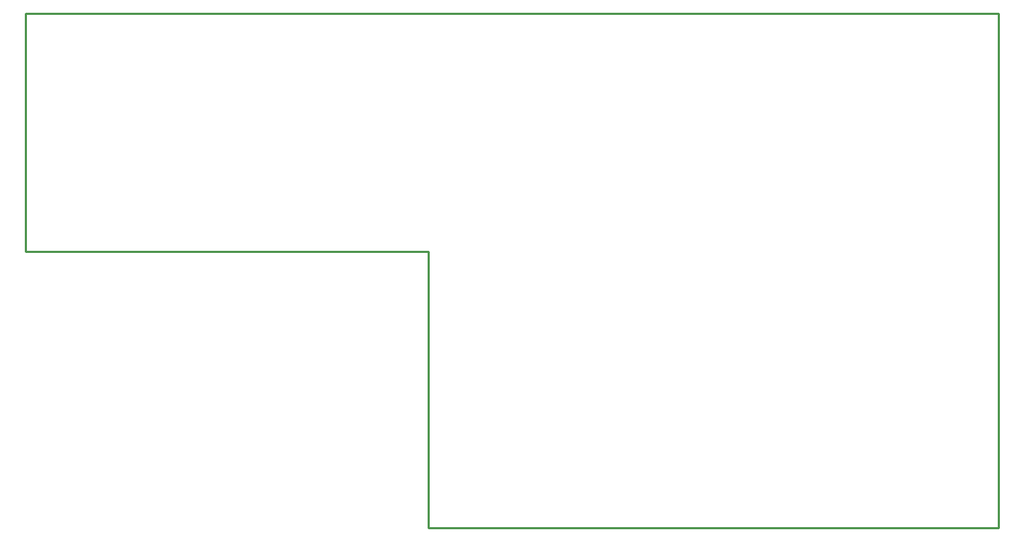
<source format=gko>
%FSLAX24Y24*%
%MOIN*%
G70*
G01*
G75*
%ADD10C,0.0120*%
%ADD11R,0.0600X0.0600*%
%ADD12R,0.0160X0.0750*%
%ADD13R,0.0750X0.0160*%
%ADD14O,0.0160X0.1000*%
%ADD15O,0.1000X0.0160*%
%ADD16R,0.1300X0.0700*%
%ADD17O,0.0240X0.0800*%
%ADD18R,0.0360X0.0500*%
%ADD19R,0.0360X0.0360*%
%ADD20R,0.1000X0.0800*%
%ADD21R,0.1000X0.0900*%
%ADD22R,0.0315X0.0551*%
%ADD23O,0.0787X0.1496*%
%ADD24R,0.0394X0.0730*%
%ADD25C,0.0280*%
%ADD26C,0.0160*%
%ADD27C,0.0240*%
%ADD28C,0.0140*%
%ADD29C,0.0100*%
%ADD30O,0.0700X0.0600*%
%ADD31C,0.0700*%
%ADD32C,0.2000*%
%ADD33R,0.0700X0.0600*%
%ADD34O,0.0700X0.0850*%
%ADD35C,0.0620*%
%ADD36R,0.0620X0.0620*%
%ADD37R,0.0700X0.0700*%
%ADD38C,0.0800*%
%ADD39C,0.0500*%
D29*
X301700Y47500D02*
X320650D01*
Y34500D02*
Y47500D01*
X347450Y34500D02*
Y58700D01*
X301700D02*
X347450D01*
X320650Y34500D02*
X347450D01*
X301700Y47500D02*
Y58700D01*
M02*

</source>
